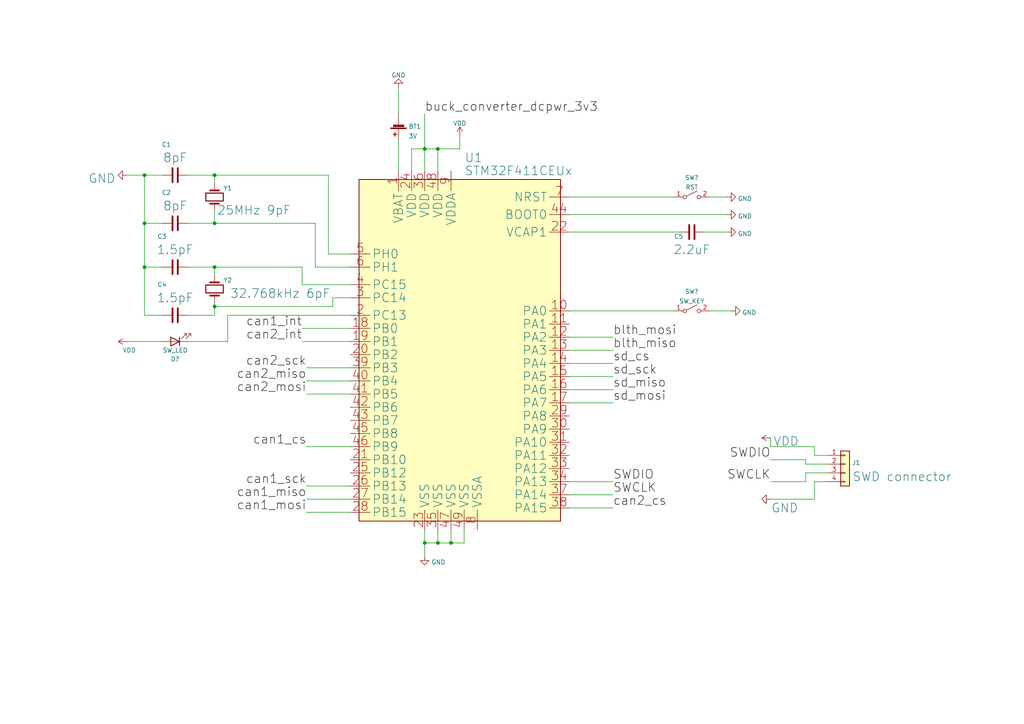
<source format=kicad_sch>
(kicad_sch (version 20211123) (generator eeschema)
  (paper "A4")
  (title_block (title "CAN Logger MCU Subsystem") (date "2022-01-21") (rev "v0.1") (company "Hyster Yale MH Inc.") (comment 1 "Designed by Anton Liakhovitch"))
  (lib_symbols
    (symbol "Connector_Generic:Conn_01x04" (pin_names (offset 1.016) hide)
      (property "Reference" "J" (at 0 5.08 0))
      (property "Value" "Conn_01x04" (at 0 -7.62 0))
      (symbol "Conn_01x04_1_1"
        (rectangle (start -1.27 -4.953) (end 0 -5.207) (stroke (width 0.1524)))
        (rectangle (start -1.27 -2.413) (end 0 -2.667) (stroke (width 0.1524)))
        (rectangle (start -1.27 0.127) (end 0 -0.127) (stroke (width 0.1524)))
        (rectangle (start -1.27 2.667) (end 0 2.413) (stroke (width 0.1524)))
        (rectangle (start -1.27 3.81) (end 1.27 -6.35) (stroke (width 0.254)) (fill (type background)))
        (pin passive line (at -5.08 2.54 0) (length 3.81) (name "Pin_1") (number "1"))
        (pin passive line (at -5.08 0 0) (length 3.81) (name "Pin_2") (number "2"))
        (pin passive line (at -5.08 -2.54 0) (length 3.81) (name "Pin_3") (number "3"))
        (pin passive line (at -5.08 -5.08 0) (length 3.81) (name "Pin_4") (number "4"))
      )
    )
    (symbol "Device:Battery_Cell" (pin_numbers hide) (pin_names (offset 0) hide)
      (property "Reference" "BT" (at 2.54 2.54 0))
      (property "Value" "Battery_Cell" (at 2.54 0 0))
      (symbol "Battery_Cell_0_1"
        (rectangle (start -2.286 1.778) (end 2.286 1.524) (fill (type outline)))
        (rectangle (start -1.5748 1.1938) (end 1.4732 0.6858) (fill (type outline)))
        (polyline (pts (xy 0 0.762) (xy 0 0)))
        (polyline (pts (xy 0 1.778) (xy 0 2.54)))
        (polyline (pts (xy 0.508 3.429) (xy 1.524 3.429)) (stroke (width 0.254)))
        (polyline (pts (xy 1.016 3.937) (xy 1.016 2.921)) (stroke (width 0.254)))
      )
      (symbol "Battery_Cell_1_1"
        (pin passive line (at 0 5.08 270) (length 2.54) (name "+") (number "1"))
        (pin passive line (at 0 -2.54 90) (length 2.54) (name "-") (number "2"))
      )
    )
    (symbol "Device:C" (pin_numbers hide) (pin_names (offset 0.254))
      (property "Reference" "C" (at 0.635 2.54 0))
      (property "Value" "C" (at 0.635 -2.54 0))
      (symbol "C_0_1"
        (polyline (pts (xy -2.032 -0.762) (xy 2.032 -0.762)) (stroke (width 0.508)))
        (polyline (pts (xy -2.032 0.762) (xy 2.032 0.762)) (stroke (width 0.508)))
      )
      (symbol "C_1_1"
        (pin passive line (at 0 3.81 270) (length 2.794) (name "~") (number "1"))
        (pin passive line (at 0 -3.81 90) (length 2.794) (name "~") (number "2"))
      )
    )
    (symbol "Device:Crystal" (pin_numbers hide) (pin_names (offset 1.016) hide)
      (property "Reference" "Y" (at 0 3.81 0))
      (property "Value" "Crystal" (at 0 -3.81 0))
      (symbol "Crystal_0_1"
        (rectangle (start -1.143 2.54) (end 1.143 -2.54) (stroke (width 0.3048)))
        (polyline (pts (xy -2.54 0) (xy -1.905 0)))
        (polyline (pts (xy -1.905 -1.27) (xy -1.905 1.27)) (stroke (width 0.508)))
        (polyline (pts (xy 1.905 -1.27) (xy 1.905 1.27)) (stroke (width 0.508)))
        (polyline (pts (xy 2.54 0) (xy 1.905 0)))
      )
      (symbol "Crystal_1_1"
        (pin passive line (at -3.81 0 0) (length 1.27) (name "1") (number "1"))
        (pin passive line (at 3.81 0 180) (length 1.27) (name "2") (number "2"))
      )
    )
    (symbol "Device:LED" (pin_numbers hide) (pin_names (offset 1.016) hide)
      (property "Reference" "D" (at 0 2.54 0))
      (property "Value" "LED" (at 0 -2.54 0))
      (symbol "LED_0_1"
        (polyline (pts (xy -1.27 -1.27) (xy -1.27 1.27)) (stroke (width 0.254)))
        (polyline (pts (xy -1.27 0) (xy 1.27 0)))
        (polyline (pts (xy 1.27 -1.27) (xy 1.27 1.27) (xy -1.27 0) (xy 1.27 -1.27)) (stroke (width 0.254)))
        (polyline (pts (xy -3.048 -0.762) (xy -4.572 -2.286) (xy -3.81 -2.286) (xy -4.572 -2.286) (xy -4.572 -1.524)))
        (polyline (pts (xy -1.778 -0.762) (xy -3.302 -2.286) (xy -2.54 -2.286) (xy -3.302 -2.286) (xy -3.302 -1.524)))
      )
      (symbol "LED_1_1"
        (pin passive line (at -3.81 0 0) (length 2.54) (name "K") (number "1"))
        (pin passive line (at 3.81 0 180) (length 2.54) (name "A") (number "2"))
      )
    )
    (symbol "MCU_ST_STM32F4:STM32F411CEUx"
      (property "Reference" "U?" (at 15.24 67.31 0))
      (property "Value" "STM32F411CEUx" (at 15.24 63.5 0))
      (symbol "STM32F411CEUx_0_1"
        (rectangle (start -15.24 60.96) (end 43.18 -38.1) (stroke (width 0.254)) (fill (type background)))
      )
      (symbol "STM32F411CEUx_1_1"
        (pin power_in line (at -3.81 63.5 270) (length 5.8) (name "VBAT") (number "1"))
        (pin bidirectional line (at 45.72 22.86 180) (length 5.8) (name "PA0") (number "10"))
        (pin bidirectional line (at 45.72 19.05 180) (length 5.8) (name "PA1") (number "11"))
        (pin bidirectional line (at 45.72 15.24 180) (length 5.8) (name "PA2") (number "12"))
        (pin bidirectional line (at 45.72 11.43 180) (length 5.8) (name "PA3") (number "13"))
        (pin bidirectional line (at 45.72 7.62 180) (length 5.8) (name "PA4") (number "14"))
        (pin bidirectional line (at 45.72 3.81 180) (length 5.8) (name "PA5") (number "15"))
        (pin bidirectional line (at 45.72 0 180) (length 5.8) (name "PA6") (number "16"))
        (pin bidirectional line (at 45.72 -3.81 180) (length 5.8) (name "PA7") (number "17"))
        (pin bidirectional line (at -17.78 17.78 0) (length 5.8) (name "PB0") (number "18"))
        (pin bidirectional line (at -17.78 13.97 0) (length 5.8) (name "PB1") (number "19"))
        (pin bidirectional line (at -17.78 21.59 0) (length 5.8) (name "PC13") (number "2"))
        (pin bidirectional line (at -17.78 10.16 0) (length 5.8) (name "PB2") (number "20"))
        (pin bidirectional line (at -17.78 -20.32 0) (length 5.8) (name "PB10") (number "21"))
        (pin power_in line (at 45.72 45.72 180) (length 5.8) (name "VCAP1") (number "22"))
        (pin power_in line (at 3.81 -40.64 90) (length 5.8) (name "VSS") (number "23"))
        (pin power_in line (at 0 63.5 270) (length 5.8) (name "VDD") (number "24"))
        (pin bidirectional line (at -17.78 -24.13 0) (length 5.8) (name "PB12") (number "25"))
        (pin bidirectional line (at -17.78 -27.94 0) (length 5.8) (name "PB13") (number "26"))
        (pin bidirectional line (at -17.78 -31.75 0) (length 5.8) (name "PB14") (number "27"))
        (pin bidirectional line (at -17.78 -35.56 0) (length 5.8) (name "PB15") (number "28"))
        (pin bidirectional line (at 45.72 -7.62 180) (length 5.8) (name "PA8") (number "29"))
        (pin bidirectional line (at -17.78 26.67 0) (length 5.8) (name "PC14") (number "3"))
        (pin bidirectional line (at 45.72 -11.43 180) (length 5.8) (name "PA9") (number "30"))
        (pin bidirectional line (at 45.72 -15.24 180) (length 5.8) (name "PA10") (number "31"))
        (pin bidirectional line (at 45.72 -19.05 180) (length 5.8) (name "PA11") (number "32"))
        (pin bidirectional line (at 45.72 -22.86 180) (length 5.8) (name "PA12") (number "33"))
        (pin bidirectional line (at 45.72 -26.67 180) (length 5.8) (name "PA13") (number "34"))
        (pin power_in line (at 7.62 -40.64 90) (length 5.8) (name "VSS") (number "35"))
        (pin power_in line (at 3.81 63.5 270) (length 5.8) (name "VDD") (number "36"))
        (pin bidirectional line (at 45.72 -30.48 180) (length 5.8) (name "PA14") (number "37"))
        (pin bidirectional line (at 45.72 -34.29 180) (length 5.8) (name "PA15") (number "38"))
        (pin bidirectional line (at -17.78 6.35 0) (length 5.8) (name "PB3") (number "39"))
        (pin bidirectional line (at -17.78 30.48 0) (length 5.8) (name "PC15") (number "4"))
        (pin bidirectional line (at -17.78 2.54 0) (length 5.8) (name "PB4") (number "40"))
        (pin bidirectional line (at -17.78 -1.27 0) (length 5.8) (name "PB5") (number "41"))
        (pin bidirectional line (at -17.78 -5.08 0) (length 5.8) (name "PB6") (number "42"))
        (pin bidirectional line (at -17.78 -8.89 0) (length 5.8) (name "PB7") (number "43"))
        (pin input line (at 45.72 50.8 180) (length 5.8) (name "BOOT0") (number "44"))
        (pin bidirectional line (at -17.78 -12.7 0) (length 5.8) (name "PB8") (number "45"))
        (pin bidirectional line (at -17.78 -16.51 0) (length 5.8) (name "PB9") (number "46"))
        (pin power_in line (at 11.43 -40.64 90) (length 5.8) (name "VSS") (number "47"))
        (pin power_in line (at 7.62 63.5 270) (length 5.8) (name "VDD") (number "48"))
        (pin power_in line (at 15.24 -40.64 90) (length 5.8) (name "VSS") (number "49"))
        (pin input line (at -17.78 39.37 0) (length 5.8) (name "PH0") (number "5"))
        (pin input line (at -17.78 35.56 0) (length 5.8) (name "PH1") (number "6"))
        (pin input line (at 45.72 55.88 180) (length 5.8) (name "NRST") (number "7"))
        (pin power_in line (at 19.05 -40.64 90) (length 5.8) (name "VSSA") (number "8"))
        (pin power_in line (at 11.43 63.5 270) (length 5.8) (name "VDDA") (number "9"))
      )
    )
    (symbol "Switch:SW_SPST" (pin_names (offset 0) hide)
      (property "Reference" "SW" (at 0 3.175 0))
      (property "Value" "SW_SPST" (at 0 -2.54 0))
      (symbol "SW_SPST_0_0"
        (circle (center -2.032 0) (radius 0.508))
        (polyline (pts (xy -1.524 0.254) (xy 1.524 1.778)))
        (circle (center 2.032 0) (radius 0.508))
      )
      (symbol "SW_SPST_1_1"
        (pin passive line (at -5.08 0 0) (length 2.54) (name "A") (number "1"))
        (pin passive line (at 5.08 0 180) (length 2.54) (name "B") (number "2"))
      )
    )
    (symbol "power:GND" (power) (pin_names (offset 0))
      (property "Value" "GND" (at 0 -3.81 0))
      (symbol "GND_0_1"
        (polyline (pts (xy 0 0) (xy 0 -1.27) (xy 1.27 -1.27) (xy 0 -2.54) (xy -1.27 -1.27) (xy 0 -1.27)))
      )
      (symbol "GND_1_1"
        (pin power_in line (at 0 0 270) (length 0) hide (name "GND") (number "1"))
      )
    )
    (symbol "power:VDD" (power) (pin_names (offset 0))
      (property "Value" "VDD" (at 0 3.81 0))
      (symbol "VDD_0_1"
        (polyline (pts (xy -0.762 1.27) (xy 0 2.54)))
        (polyline (pts (xy 0 0) (xy 0 2.54)))
        (polyline (pts (xy 0 2.54) (xy 0.762 1.27)))
      )
      (symbol "VDD_1_1"
        (pin power_in line (at 0 0 90) (length 0) hide (name "VDD") (number "1"))
      )
    )
  )
  (junction (at 62.23 77.47))
  (junction (at 62.23 50.8))
  (junction (at 62.23 88.9))
  (junction (at 127 157.48))
  (junction (at 130.81 157.48))
  (junction (at 123.19 157.48))
  (junction (at 62.23 64.77))
  (junction (at 41.91 77.47))
  (junction (at 41.91 64.77))
  (junction (at 41.91 50.8))
  (junction (at 123.19 43.18))
  (junction (at 127 43.18))
  (wire (pts (xy 133.35 43.18) (xy 127 43.18)))
  (wire (pts (xy 54.61 64.77) (xy 62.23 64.77)))
  (wire (pts (xy 165.1 143.51) (xy 177.8 143.51)))
  (wire (pts (xy 87.63 77.47) (xy 87.63 82.55)))
  (wire (pts (xy 165.1 116.84) (xy 177.8 116.84)))
  (wire (pts (xy 41.91 50.8) (xy 46.99 50.8)))
  (wire (pts (xy 88.9 114.3) (xy 101.6 114.3)))
  (wire (pts (xy 127 43.18) (xy 127 49.53)))
  (wire (pts (xy 101.6 73.66) (xy 95.25 73.66)))
  (wire (pts (xy 62.23 91.44) (xy 54.61 91.44)))
  (wire (pts (xy 41.91 64.77) (xy 41.91 50.8)))
  (wire (pts (xy 88.9 106.68) (xy 101.6 106.68)))
  (wire (pts (xy 66.04 91.44) (xy 101.6 91.44)))
  (wire (pts (xy 66.04 99.06) (xy 66.04 91.44)))
  (wire (pts (xy 87.63 95.25) (xy 101.6 95.25)))
  (wire (pts (xy 91.44 64.77) (xy 91.44 77.47)))
  (wire (pts (xy 223.52 127) (xy 223.52 129.54)))
  (wire (pts (xy 62.23 64.77) (xy 91.44 64.77)))
  (wire (pts (xy 205.74 57.15) (xy 210.82 57.15)))
  (wire (pts (xy 101.6 77.47) (xy 91.44 77.47)))
  (wire (pts (xy 205.74 90.17) (xy 212.09 90.17)))
  (wire (pts (xy 62.23 50.8) (xy 62.23 53.34)))
  (wire (pts (xy 240.03 139.7) (xy 236.22 139.7)))
  (wire (pts (xy 62.23 87.63) (xy 62.23 88.9)))
  (wire (pts (xy 46.99 64.77) (xy 41.91 64.77)))
  (wire (pts (xy 62.23 64.77) (xy 62.23 60.96)))
  (wire (pts (xy 41.91 64.77) (xy 41.91 77.47)))
  (wire (pts (xy 223.52 129.54) (xy 236.22 129.54)))
  (wire (pts (xy 62.23 88.9) (xy 62.23 91.44)))
  (wire (pts (xy 165.1 57.15) (xy 195.58 57.15)))
  (wire (pts (xy 96.52 86.36) (xy 96.52 88.9)))
  (wire (pts (xy 165.1 101.6) (xy 177.8 101.6)))
  (wire (pts (xy 134.62 153.67) (xy 134.62 157.48)))
  (wire (pts (xy 165.1 113.03) (xy 177.8 113.03)))
  (wire (pts (xy 95.25 73.66) (xy 95.25 50.8)))
  (wire (pts (xy 123.19 33.02) (xy 123.19 43.18)))
  (wire (pts (xy 46.99 91.44) (xy 41.91 91.44)))
  (wire (pts (xy 236.22 129.54) (xy 236.22 132.08)))
  (wire (pts (xy 36.83 99.06) (xy 46.99 99.06)))
  (wire (pts (xy 88.9 148.59) (xy 101.6 148.59)))
  (wire (pts (xy 88.9 129.54) (xy 101.6 129.54)))
  (wire (pts (xy 115.57 25.4) (xy 115.57 33.02)))
  (wire (pts (xy 236.22 132.08) (xy 240.03 132.08)))
  (wire (pts (xy 41.91 77.47) (xy 41.91 91.44)))
  (wire (pts (xy 127 153.67) (xy 127 157.48)))
  (wire (pts (xy 123.19 43.18) (xy 119.38 43.18)))
  (wire (pts (xy 123.19 153.67) (xy 123.19 157.48)))
  (wire (pts (xy 101.6 82.55) (xy 87.63 82.55)))
  (wire (pts (xy 236.22 139.7) (xy 236.22 144.78)))
  (wire (pts (xy 130.81 153.67) (xy 130.81 157.48)))
  (wire (pts (xy 223.52 133.35) (xy 233.68 133.35)))
  (wire (pts (xy 233.68 137.16) (xy 233.68 139.7)))
  (wire (pts (xy 223.52 139.7) (xy 233.68 139.7)))
  (wire (pts (xy 134.62 157.48) (xy 130.81 157.48)))
  (wire (pts (xy 36.83 50.8) (xy 41.91 50.8)))
  (wire (pts (xy 62.23 80.01) (xy 62.23 77.47)))
  (wire (pts (xy 123.19 43.18) (xy 123.19 49.53)))
  (wire (pts (xy 96.52 86.36) (xy 101.6 86.36)))
  (wire (pts (xy 165.1 67.31) (xy 196.85 67.31)))
  (wire (pts (xy 165.1 147.32) (xy 177.8 147.32)))
  (wire (pts (xy 165.1 97.79) (xy 177.8 97.79)))
  (wire (pts (xy 88.9 110.49) (xy 101.6 110.49)))
  (wire (pts (xy 165.1 109.22) (xy 177.8 109.22)))
  (wire (pts (xy 62.23 50.8) (xy 95.25 50.8)))
  (wire (pts (xy 119.38 43.18) (xy 119.38 49.53)))
  (wire (pts (xy 115.57 40.64) (xy 115.57 49.53)))
  (wire (pts (xy 88.9 144.78) (xy 101.6 144.78)))
  (wire (pts (xy 46.99 77.47) (xy 41.91 77.47)))
  (wire (pts (xy 87.63 99.06) (xy 101.6 99.06)))
  (wire (pts (xy 88.9 140.97) (xy 101.6 140.97)))
  (wire (pts (xy 165.1 105.41) (xy 177.8 105.41)))
  (wire (pts (xy 54.61 99.06) (xy 66.04 99.06)))
  (wire (pts (xy 123.19 157.48) (xy 127 157.48)))
  (wire (pts (xy 165.1 139.7) (xy 177.8 139.7)))
  (wire (pts (xy 240.03 137.16) (xy 233.68 137.16)))
  (wire (pts (xy 223.52 144.78) (xy 236.22 144.78)))
  (wire (pts (xy 123.19 157.48) (xy 123.19 161.29)))
  (wire (pts (xy 62.23 77.47) (xy 87.63 77.47)))
  (wire (pts (xy 62.23 77.47) (xy 54.61 77.47)))
  (wire (pts (xy 130.81 157.48) (xy 127 157.48)))
  (wire (pts (xy 165.1 90.17) (xy 195.58 90.17)))
  (wire (pts (xy 54.61 50.8) (xy 62.23 50.8)))
  (wire (pts (xy 123.19 43.18) (xy 127 43.18)))
  (wire (pts (xy 240.03 134.62) (xy 233.68 134.62)))
  (wire (pts (xy 165.1 62.23) (xy 210.82 62.23)))
  (wire (pts (xy 204.47 67.31) (xy 210.82 67.31)))
  (wire (pts (xy 96.52 88.9) (xy 62.23 88.9)))
  (wire (pts (xy 233.68 134.62) (xy 233.68 133.35)))
  (wire (pts (xy 133.35 39.37) (xy 133.35 43.18)))
  (label "SWCLK" (at 223.52 139.7 180) (effects (font (size 2.54 2.54))))
  (label "can1_mosi" (at 88.9 148.59 180) (effects (font (size 2.54 2.54))))
  (label "sd_miso" (at 177.8 113.03 0) (effects (font (size 2.54 2.54))))
  (label "sd_cs" (at 177.8 105.41 0) (effects (font (size 2.54 2.54))))
  (label "buck_converter_dcpwr_3v3" (at 123.19 33.02 0) (effects (font (size 2.54 2.54))))
  (label "SWDIO" (at 177.8 139.7 0) (effects (font (size 2.54 2.54))))
  (label "can1_sck" (at 88.9 140.97 180) (effects (font (size 2.54 2.54))))
  (label "can2_mosi" (at 88.9 114.3 180) (effects (font (size 2.54 2.54))))
  (label "blth_mosi" (at 177.8 97.79 0) (effects (font (size 2.54 2.54))))
  (label "SWCLK" (at 177.8 143.51 0) (effects (font (size 2.54 2.54))))
  (label "can1_cs" (at 88.9 129.54 180) (effects (font (size 2.54 2.54))))
  (label "can2_int" (at 87.63 99.06 180) (effects (font (size 2.54 2.54))))
  (label "can1_int" (at 87.63 95.25 180) (effects (font (size 2.54 2.54))))
  (label "can2_sck" (at 88.9 106.68 180) (effects (font (size 2.54 2.54))))
  (label "can2_miso" (at 88.9 110.49 180) (effects (font (size 2.54 2.54))))
  (label "can2_cs" (at 177.8 147.32 0) (effects (font (size 2.54 2.54))))
  (label "blth_miso" (at 177.8 101.6 0) (effects (font (size 2.54 2.54))))
  (label "sd_mosi" (at 177.8 116.84 0) (effects (font (size 2.54 2.54))))
  (label "can1_miso" (at 88.9 144.78 180) (effects (font (size 2.54 2.54))))
  (label "SWDIO" (at 223.52 133.35 180) (effects (font (size 2.54 2.54))))
  (label "sd_sck" (at 177.8 109.22 0) (effects (font (size 2.54 2.54))))
  (symbol (lib_id "power:GND") (at 212.09 90.17 90) (unit 1)
    (property "Reference" "#PWR?" (effects hide))
    (property "Value" "GND" (at 215.265 90.649 90) (effects (justify right)))
  )
  (symbol (lib_id "Device:C") (at 50.8 64.77 90) (unit 1)
    (property "Reference" "C2" (at 48.26 55.88 90))
    (property "Value" "8pF" (at 50.8 59.69 90) (effects (font (size 2.54 2.54))))
  )
  (symbol (lib_id "power:GND") (at 210.82 67.31 90) (unit 1)
    (property "Reference" "#PWR0103" (effects hide))
    (property "Value" "GND" (at 213.995 67.789 90) (effects (justify right)))
  )
  (symbol (lib_id "Device:Crystal") (at 62.23 57.15 90) (unit 1)
    (property "Reference" "Y1" (at 66.04 54.61 90))
    (property "Value" "25MHz 9pF" (at 73.66 60.96 90) (effects (font (size 2.54 2.54))))
  )
  (symbol (lib_id "Device:C") (at 50.8 91.44 90) (unit 1)
    (property "Reference" "C4" (at 46.99 82.55 90))
    (property "Value" "1.5pF" (at 50.8 86.36 90) (effects (font (size 2.54 2.54))))
  )
  (symbol (lib_id "MCU_ST_STM32F4:STM32F411CEUx") (at 119.38 113.03 0) (unit 1)
    (property "Reference" "U1" (at 134.62 45.72 0) (effects (font (size 2.54 2.54)) (justify left)))
    (property "Value" "STM32F411CEUx" (at 134.62 49.53 0) (effects (font (size 2.54 2.54)) (justify left)))
    (property "Footprint" "Package_DFN_QFN:QFN-48-1EP_7x7mm_P0.5mm_EP5.6x5.6mm" (effects hide))
    (property "Datasheet" "http://www.st.com/st-web-ui/static/active/en/resource/technical/document/datasheet/DM00115249.pdf" (effects hide))
  )
  (symbol (lib_id "power:GND") (at 210.82 57.15 90) (unit 1)
    (property "Reference" "#PWR?" (effects hide))
    (property "Value" "GND" (at 213.995 57.629 90) (effects (justify right)))
  )
  (symbol (lib_id "power:GND") (at 36.83 50.8 270) (unit 1)
    (property "Reference" "#PWR0109" (effects hide))
    (property "Value" "GND" (at 33.6551 51.758 90) (effects (font (size 2.54 2.54)) (justify right)))
  )
  (symbol (lib_id "power:VDD") (at 223.52 127 90) (unit 1)
    (property "Reference" "#PWR0106" (effects hide))
    (property "Value" "VDD" (at 224.155 127.958 90) (effects (font (size 2.54 2.54)) (justify right)))
  )
  (symbol (lib_id "Device:C") (at 200.66 67.31 90) (unit 1)
    (property "Reference" "C5" (at 196.85 68.58 90))
    (property "Value" "2.2uF" (at 200.66 72.39 90) (effects (font (size 2.54 2.54))))
  )
  (symbol (lib_id "power:GND") (at 115.57 25.4 180) (unit 1)
    (property "Reference" "#PWR0108" (effects hide))
    (property "Value" "GND" (at 115.57 21.7955 0))
  )
  (symbol (lib_id "Switch:SW_SPST") (at 200.66 57.15 0) (unit 1)
    (property "Reference" "SW?" (at 200.66 51.5325 0))
    (property "Value" "RST" (at 200.66 54.3076 0))
  )
  (symbol (lib_id "Device:C") (at 50.8 50.8 90) (unit 1)
    (property "Reference" "C1" (at 48.26 41.91 90))
    (property "Value" "8pF" (at 50.8 45.72 90) (effects (font (size 2.54 2.54))))
  )
  (symbol (lib_id "Device:Battery_Cell") (at 115.57 35.56 180) (unit 1)
    (property "Reference" "BT1" (at 118.491 36.6835 0) (effects (justify right)))
    (property "Value" "3V" (at 118.491 39.4586 0) (effects (justify right)))
  )
  (symbol (lib_id "power:VDD") (at 133.35 39.37 0) (unit 1)
    (property "Reference" "#PWR0102" (effects hide))
    (property "Value" "VDD" (at 133.35 35.7655 0))
  )
  (symbol (lib_id "power:GND") (at 223.52 144.78 270) (unit 1)
    (property "Reference" "#PWR0107" (effects hide))
    (property "Value" "GND" (at 223.52 147.32 90) (effects (font (size 2.54 2.54)) (justify left)))
  )
  (symbol (lib_id "Device:LED") (at 50.8 99.06 180) (unit 1)
    (property "Reference" "D?" (at 50.8 104.14 0))
    (property "Value" "SW_LED" (at 50.8 101.6 0))
  )
  (symbol (lib_id "Connector_Generic:Conn_01x04") (at 245.11 134.62 0) (unit 1)
    (property "Reference" "J1" (at 247.142 134.2 0) (effects (justify left)))
    (property "Value" "SWD connector" (at 247.142 138.2355 0) (effects (font (size 2.54 2.54)) (justify left)))
  )
  (symbol (lib_id "power:VDD") (at 36.83 99.06 90) (unit 1)
    (property "Reference" "#PWR?" (effects hide))
    (property "Value" "VDD" (at 35.56 101.6 90) (effects (justify right)))
  )
  (symbol (lib_id "Switch:SW_SPST") (at 200.66 90.17 0) (unit 1)
    (property "Reference" "SW?" (at 200.66 84.5525 0))
    (property "Value" "SW_KEY" (at 200.66 87.3276 0))
  )
  (symbol (lib_id "Device:Crystal") (at 62.23 83.82 90) (unit 1)
    (property "Reference" "Y2" (at 66.04 81.28 90))
    (property "Value" "32.768kHz 6pF" (at 81.28 85.09 90) (effects (font (size 2.54 2.54))))
  )
  (symbol (lib_id "Device:C") (at 50.8 77.47 90) (unit 1)
    (property "Reference" "C3" (at 46.99 68.58 90))
    (property "Value" "1.5pF" (at 50.8 72.39 90) (effects (font (size 2.54 2.54))))
  )
  (symbol (lib_id "power:GND") (at 123.19 161.29 0) (unit 1)
    (property "Reference" "#PWR0105" (effects hide))
    (property "Value" "GND" (at 125.095 163.039 0) (effects (justify left)))
  )
  (symbol (lib_id "power:GND") (at 210.82 62.23 90) (unit 1)
    (property "Reference" "#PWR?" (effects hide))
    (property "Value" "GND" (at 213.995 62.709 90) (effects (justify right)))
  )
)
</source>
